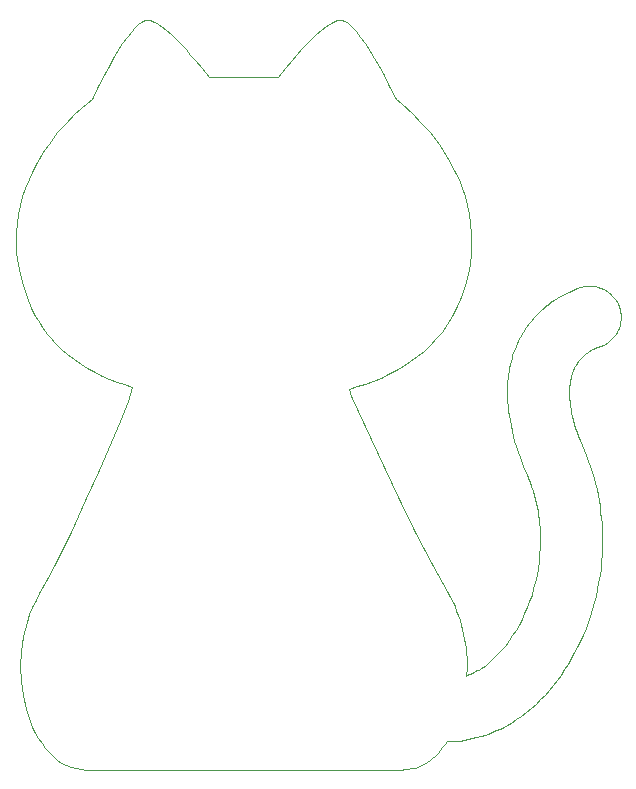
<source format=gbr>
%TF.GenerationSoftware,KiCad,Pcbnew,8.0.8*%
%TF.CreationDate,2025-06-13T17:00:40+01:00*%
%TF.ProjectId,AutoDiming_Keychain,4175746f-4469-46d6-996e-675f4b657963,rev?*%
%TF.SameCoordinates,Original*%
%TF.FileFunction,Profile,NP*%
%FSLAX46Y46*%
G04 Gerber Fmt 4.6, Leading zero omitted, Abs format (unit mm)*
G04 Created by KiCad (PCBNEW 8.0.8) date 2025-06-13 17:00:40*
%MOMM*%
%LPD*%
G01*
G04 APERTURE LIST*
%TA.AperFunction,Profile*%
%ADD10C,0.100000*%
%TD*%
G04 APERTURE END LIST*
D10*
X41341269Y-27811844D02*
X41497433Y-27849308D01*
X41663614Y-27910297D01*
X41838831Y-27993191D01*
X42022101Y-28096369D01*
X42212442Y-28218209D01*
X42408872Y-28357092D01*
X42816071Y-28679500D01*
X43235842Y-29050628D01*
X43660328Y-29457509D01*
X44081674Y-29887178D01*
X44492023Y-30326667D01*
X44883518Y-30763011D01*
X45248303Y-31183244D01*
X45866319Y-31923511D01*
X46436153Y-32640200D01*
X52336690Y-32640200D01*
X52906690Y-31923511D01*
X53524892Y-31183244D01*
X54281408Y-30326667D01*
X54691888Y-29887178D01*
X55113373Y-29457509D01*
X55538004Y-29050628D01*
X55957922Y-28679500D01*
X56365270Y-28357092D01*
X56561774Y-28218209D01*
X56752189Y-28096369D01*
X56935532Y-27993191D01*
X57110821Y-27910297D01*
X57277075Y-27849308D01*
X57433309Y-27811844D01*
X57588640Y-27807486D01*
X57752529Y-27842953D01*
X57924089Y-27915642D01*
X58102437Y-28022952D01*
X58286688Y-28162278D01*
X58475958Y-28331019D01*
X58669362Y-28526571D01*
X58866016Y-28746333D01*
X59265534Y-29248074D01*
X59667436Y-29815421D01*
X60064645Y-30427552D01*
X60450086Y-31063645D01*
X60816682Y-31702882D01*
X61157358Y-32324439D01*
X61732640Y-33431234D01*
X62260798Y-34516551D01*
X62677757Y-34848129D01*
X63735861Y-35811441D01*
X64414980Y-36515269D01*
X65145952Y-37359357D01*
X65892631Y-38337813D01*
X66618872Y-39444746D01*
X67288531Y-40674264D01*
X67590847Y-41333152D01*
X67865463Y-42020477D01*
X68107861Y-42735502D01*
X68313523Y-43477492D01*
X68477931Y-44245710D01*
X68596566Y-45039419D01*
X68664912Y-45857883D01*
X68678448Y-46700366D01*
X68632659Y-47566131D01*
X68523024Y-48454442D01*
X68345027Y-49364562D01*
X68094149Y-50295755D01*
X67765872Y-51247285D01*
X67355678Y-52218415D01*
X66996181Y-52929762D01*
X66596996Y-53596182D01*
X66160697Y-54219157D01*
X65689862Y-54800165D01*
X65187066Y-55340689D01*
X64654885Y-55842208D01*
X64095895Y-56306203D01*
X63512672Y-56734154D01*
X62907792Y-57127541D01*
X62283830Y-57487846D01*
X61643364Y-57816549D01*
X60988968Y-58115130D01*
X60323219Y-58385069D01*
X59648693Y-58627848D01*
X58967965Y-58844946D01*
X58283612Y-59037844D01*
X58472996Y-59642952D01*
X61260795Y-65689637D01*
X62542018Y-68360848D01*
X63919233Y-71145453D01*
X65323579Y-73868239D01*
X66686198Y-76353995D01*
X66887613Y-76721806D01*
X67074752Y-77095258D01*
X67247803Y-77473824D01*
X67406954Y-77856976D01*
X67552394Y-78244188D01*
X67684310Y-78634932D01*
X67802891Y-79028680D01*
X67908326Y-79424907D01*
X68000802Y-79823083D01*
X68080508Y-80222683D01*
X68147631Y-80623180D01*
X68202361Y-81024044D01*
X68244885Y-81424751D01*
X68275392Y-81824771D01*
X68294070Y-82223579D01*
X68301106Y-82620647D01*
X68178448Y-83346683D01*
X68315491Y-83296220D01*
X68452697Y-83242290D01*
X68590093Y-83184574D01*
X68727702Y-83122757D01*
X68865549Y-83056522D01*
X69003659Y-82985551D01*
X69142056Y-82909529D01*
X69280766Y-82828138D01*
X69449769Y-82721953D01*
X69618543Y-82608839D01*
X69786920Y-82488880D01*
X69954730Y-82362161D01*
X70121803Y-82228765D01*
X70287970Y-82088778D01*
X70453060Y-81942283D01*
X70616904Y-81789365D01*
X70779332Y-81630110D01*
X70940176Y-81464600D01*
X71099264Y-81292921D01*
X71256427Y-81115157D01*
X71411496Y-80931393D01*
X71564300Y-80741713D01*
X71714671Y-80546202D01*
X71862439Y-80344944D01*
X72151162Y-79926530D01*
X72426931Y-79487310D01*
X72688950Y-79028573D01*
X72936423Y-78551611D01*
X73168554Y-78057714D01*
X73384549Y-77548172D01*
X73583611Y-77024277D01*
X73764945Y-76487319D01*
X73927755Y-75938588D01*
X74071246Y-75379375D01*
X74194622Y-74810971D01*
X74297088Y-74234666D01*
X74377848Y-73651751D01*
X74436106Y-73063516D01*
X74471068Y-72471253D01*
X74481937Y-71876252D01*
X74477760Y-71523791D01*
X74465163Y-71171098D01*
X74444044Y-70818359D01*
X74414301Y-70465764D01*
X74375834Y-70113500D01*
X74328541Y-69761756D01*
X74272320Y-69410719D01*
X74207070Y-69060579D01*
X74132690Y-68711522D01*
X74049079Y-68363738D01*
X73956134Y-68017415D01*
X73853755Y-67672741D01*
X73741840Y-67329903D01*
X73620289Y-66989091D01*
X73488998Y-66650492D01*
X73347868Y-66314295D01*
X73138902Y-65821603D01*
X72944822Y-65336975D01*
X72765433Y-64860301D01*
X72600538Y-64391469D01*
X72449940Y-63930371D01*
X72313442Y-63476895D01*
X72190848Y-63030931D01*
X72081962Y-62592369D01*
X71986586Y-62161099D01*
X71904525Y-61737010D01*
X71835581Y-61319992D01*
X71779559Y-60909935D01*
X71736261Y-60506729D01*
X71705491Y-60110263D01*
X71687052Y-59720427D01*
X71680748Y-59337111D01*
X71684371Y-59026499D01*
X71696403Y-58720562D01*
X71716635Y-58419414D01*
X71744856Y-58123170D01*
X71780857Y-57831942D01*
X71824429Y-57545845D01*
X71875362Y-57264994D01*
X71933446Y-56989502D01*
X71998471Y-56719484D01*
X72070228Y-56455053D01*
X72148508Y-56196324D01*
X72233099Y-55943411D01*
X72323794Y-55696427D01*
X72420381Y-55455488D01*
X72522652Y-55220706D01*
X72630397Y-54992197D01*
X72742716Y-54769897D01*
X72859560Y-54554240D01*
X72980593Y-54345182D01*
X73105483Y-54142677D01*
X73233896Y-53946680D01*
X73365499Y-53757146D01*
X73499958Y-53574031D01*
X73636939Y-53397289D01*
X73776108Y-53226874D01*
X73917133Y-53062743D01*
X74059680Y-52904850D01*
X74203415Y-52753149D01*
X74348005Y-52607597D01*
X74493116Y-52468147D01*
X74638414Y-52334755D01*
X74783566Y-52207376D01*
X74929282Y-52085799D01*
X75074104Y-51969627D01*
X75217834Y-51858745D01*
X75360272Y-51753040D01*
X75640473Y-51556697D01*
X75913110Y-51379680D01*
X76176585Y-51221071D01*
X76429301Y-51079952D01*
X76669662Y-50955405D01*
X76896071Y-50846513D01*
X77106929Y-50752356D01*
X77300640Y-50672017D01*
X77475607Y-50604579D01*
X77630233Y-50549122D01*
X77872073Y-50470483D01*
X78013382Y-50428756D01*
X78145237Y-50397411D01*
X78277100Y-50373039D01*
X78408770Y-50355523D01*
X78540044Y-50344744D01*
X78670720Y-50340585D01*
X78800595Y-50342928D01*
X78929466Y-50351656D01*
X79057131Y-50366650D01*
X79183387Y-50387794D01*
X79308032Y-50414970D01*
X79430864Y-50448060D01*
X79551680Y-50486946D01*
X79670278Y-50531511D01*
X79786454Y-50581637D01*
X79900007Y-50637207D01*
X80010733Y-50698103D01*
X80118432Y-50764206D01*
X80222899Y-50835401D01*
X80323933Y-50911568D01*
X80421330Y-50992591D01*
X80514890Y-51078352D01*
X80604408Y-51168732D01*
X80689682Y-51263615D01*
X80770511Y-51362883D01*
X80846691Y-51466418D01*
X80918020Y-51574103D01*
X80984296Y-51685820D01*
X81045315Y-51801450D01*
X81100876Y-51920878D01*
X81150776Y-52043984D01*
X81194813Y-52170652D01*
X81232783Y-52300764D01*
X81263802Y-52431165D01*
X81287984Y-52561557D01*
X81305445Y-52691745D01*
X81316299Y-52821535D01*
X81320661Y-52950733D01*
X81318647Y-53079144D01*
X81310369Y-53206573D01*
X81295944Y-53332826D01*
X81275487Y-53457709D01*
X81249111Y-53581027D01*
X81216931Y-53702586D01*
X81179064Y-53822191D01*
X81135622Y-53939648D01*
X81086721Y-54054762D01*
X81032476Y-54167340D01*
X80973001Y-54277185D01*
X80908411Y-54384104D01*
X80838821Y-54487903D01*
X80764346Y-54588387D01*
X80685100Y-54685362D01*
X80601199Y-54778633D01*
X80512756Y-54868005D01*
X80419887Y-54953284D01*
X80322707Y-55034277D01*
X80221329Y-55110787D01*
X80115870Y-55182621D01*
X80006443Y-55249585D01*
X79893164Y-55311484D01*
X79776147Y-55368123D01*
X79655507Y-55419308D01*
X79531358Y-55464844D01*
X79403816Y-55504538D01*
X79404681Y-55508010D01*
X79348994Y-55526860D01*
X79289590Y-55549152D01*
X79253339Y-55563576D01*
X79213081Y-55580269D01*
X79169084Y-55599292D01*
X79121619Y-55620710D01*
X79070952Y-55644583D01*
X79017354Y-55670976D01*
X78902032Y-55730489D01*
X78779102Y-55799754D01*
X78650353Y-55878799D01*
X78584355Y-55921999D01*
X78517573Y-55967656D01*
X78450229Y-56015774D01*
X78382547Y-56066356D01*
X78314752Y-56119406D01*
X78247066Y-56174928D01*
X78179712Y-56232926D01*
X78112915Y-56293404D01*
X78046897Y-56356365D01*
X77981883Y-56421814D01*
X77896340Y-56513310D01*
X77812764Y-56609353D01*
X77731358Y-56710303D01*
X77691531Y-56762730D01*
X77652321Y-56816519D01*
X77613753Y-56871715D01*
X77575853Y-56928363D01*
X77538646Y-56986508D01*
X77502156Y-57046195D01*
X77466409Y-57107469D01*
X77431430Y-57170375D01*
X77397243Y-57234959D01*
X77363875Y-57301265D01*
X77279920Y-57488257D01*
X77202002Y-57690574D01*
X77165786Y-57798097D01*
X77131656Y-57910192D01*
X77099803Y-58027107D01*
X77070418Y-58149088D01*
X77043695Y-58276383D01*
X77019826Y-58409239D01*
X76999001Y-58547903D01*
X76981414Y-58692621D01*
X76967256Y-58843642D01*
X76956719Y-59001211D01*
X76949996Y-59165577D01*
X76947278Y-59336985D01*
X76961097Y-59781270D01*
X77006602Y-60270723D01*
X77042524Y-60532689D01*
X77087910Y-60806308D01*
X77143277Y-61091700D01*
X77209139Y-61388985D01*
X77286010Y-61698284D01*
X77374405Y-62019718D01*
X77474839Y-62353405D01*
X77587826Y-62699468D01*
X77713881Y-63058025D01*
X77853520Y-63429197D01*
X78007256Y-63813105D01*
X78175604Y-64209868D01*
X78373065Y-64680787D01*
X78556434Y-65154152D01*
X78725899Y-65629673D01*
X78881644Y-66107063D01*
X79023859Y-66586030D01*
X79152727Y-67066287D01*
X79268437Y-67547543D01*
X79371175Y-68029511D01*
X79461128Y-68511899D01*
X79538481Y-68994420D01*
X79603422Y-69476784D01*
X79656137Y-69958702D01*
X79696813Y-70439885D01*
X79725636Y-70920043D01*
X79742793Y-71398887D01*
X79748471Y-71876128D01*
X79739072Y-72480027D01*
X79712096Y-73080534D01*
X79667840Y-73677217D01*
X79606602Y-74269642D01*
X79528678Y-74857377D01*
X79434365Y-75439990D01*
X79323960Y-76017047D01*
X79197761Y-76588115D01*
X79056064Y-77152763D01*
X78899166Y-77710557D01*
X78727365Y-78261064D01*
X78540958Y-78803852D01*
X78340241Y-79338488D01*
X78125512Y-79864539D01*
X77897068Y-80381573D01*
X77655205Y-80889156D01*
X77399209Y-81386184D01*
X77130113Y-81873391D01*
X76847976Y-82350175D01*
X76552857Y-82815932D01*
X76244815Y-83270060D01*
X75923909Y-83711955D01*
X75590198Y-84141015D01*
X75243741Y-84556637D01*
X74884598Y-84958218D01*
X74512826Y-85345154D01*
X74128486Y-85716843D01*
X73731637Y-86072682D01*
X73322337Y-86412068D01*
X72900646Y-86734398D01*
X72466623Y-87039069D01*
X72020326Y-87325478D01*
X71717418Y-87504407D01*
X71408671Y-87674206D01*
X71094309Y-87834546D01*
X70774559Y-87985096D01*
X70449647Y-88125525D01*
X70119800Y-88255503D01*
X69785244Y-88374700D01*
X69446204Y-88482784D01*
X69102908Y-88579426D01*
X68755580Y-88664294D01*
X68404448Y-88737060D01*
X68049738Y-88797391D01*
X67691675Y-88844957D01*
X67330486Y-88879429D01*
X66966398Y-88900475D01*
X66599635Y-88907766D01*
X66413504Y-89175385D01*
X66219114Y-89430106D01*
X66016643Y-89671325D01*
X65806267Y-89898441D01*
X65588163Y-90110851D01*
X65362509Y-90307952D01*
X65129481Y-90489141D01*
X64889256Y-90653816D01*
X64642011Y-90801375D01*
X64387924Y-90931214D01*
X64127170Y-91042731D01*
X63859927Y-91135324D01*
X63586373Y-91208389D01*
X63306683Y-91261325D01*
X63021034Y-91293528D01*
X62729605Y-91304396D01*
X36046459Y-91304396D01*
X35599569Y-91278981D01*
X35166280Y-91204130D01*
X34747318Y-91081937D01*
X34343407Y-90914495D01*
X33955272Y-90703897D01*
X33583639Y-90452237D01*
X33229233Y-90161609D01*
X32892777Y-89834104D01*
X32574998Y-89471818D01*
X32276621Y-89076843D01*
X31998370Y-88651272D01*
X31740970Y-88197199D01*
X31505146Y-87716717D01*
X31291624Y-87211920D01*
X30934384Y-86137751D01*
X30675049Y-84991440D01*
X30519419Y-83789734D01*
X30473295Y-82549378D01*
X30542477Y-81287120D01*
X30622119Y-80653011D01*
X30732763Y-80019706D01*
X30875133Y-79389299D01*
X31049955Y-78763883D01*
X31257953Y-78145551D01*
X31499852Y-77536397D01*
X31776377Y-76938514D01*
X32088254Y-76353995D01*
X32752072Y-75156636D01*
X33419732Y-73887136D01*
X34084794Y-72566110D01*
X34740819Y-71214170D01*
X36000000Y-68500000D01*
X37145759Y-65909530D01*
X38126581Y-63607666D01*
X38890949Y-61759309D01*
X39564263Y-60082740D01*
X39930255Y-58884426D01*
X39283403Y-58683272D01*
X38641585Y-58459231D01*
X38007002Y-58211050D01*
X37381859Y-57937479D01*
X36768356Y-57637264D01*
X36168697Y-57309154D01*
X35585083Y-56951898D01*
X35019718Y-56564242D01*
X34474804Y-56144936D01*
X33952543Y-55692728D01*
X33455137Y-55206365D01*
X32984790Y-54684595D01*
X32760452Y-54410042D01*
X32543704Y-54126168D01*
X32334821Y-53832815D01*
X32134080Y-53529829D01*
X31941755Y-53217053D01*
X31758122Y-52894329D01*
X31583455Y-52561502D01*
X31418031Y-52218415D01*
X31007840Y-51247285D01*
X30679571Y-50295755D01*
X30428704Y-49364563D01*
X30250723Y-48454442D01*
X30141108Y-47566132D01*
X30095342Y-46700367D01*
X30108905Y-45857884D01*
X30177280Y-45039420D01*
X30295947Y-44245710D01*
X30460389Y-43477493D01*
X30666087Y-42735503D01*
X30908522Y-42020477D01*
X31183177Y-41333152D01*
X31485533Y-40674265D01*
X31811071Y-40044550D01*
X32155273Y-39444746D01*
X32513621Y-38875588D01*
X32881595Y-38337813D01*
X33254679Y-37832157D01*
X33628353Y-37359357D01*
X34359398Y-36515269D01*
X35038583Y-35811441D01*
X35629761Y-35253764D01*
X36096786Y-34848129D01*
X36513782Y-34516551D01*
X37041713Y-33431216D01*
X37616796Y-32324406D01*
X37957376Y-31702842D01*
X38323888Y-31063599D01*
X38709264Y-30427500D01*
X39106434Y-29815366D01*
X39508330Y-29248019D01*
X39907882Y-28746281D01*
X40104570Y-28526522D01*
X40298021Y-28330973D01*
X40487352Y-28162237D01*
X40671678Y-28022916D01*
X40850117Y-27915614D01*
X41021784Y-27842933D01*
X41185796Y-27807475D01*
X41341269Y-27811844D01*
M02*

</source>
